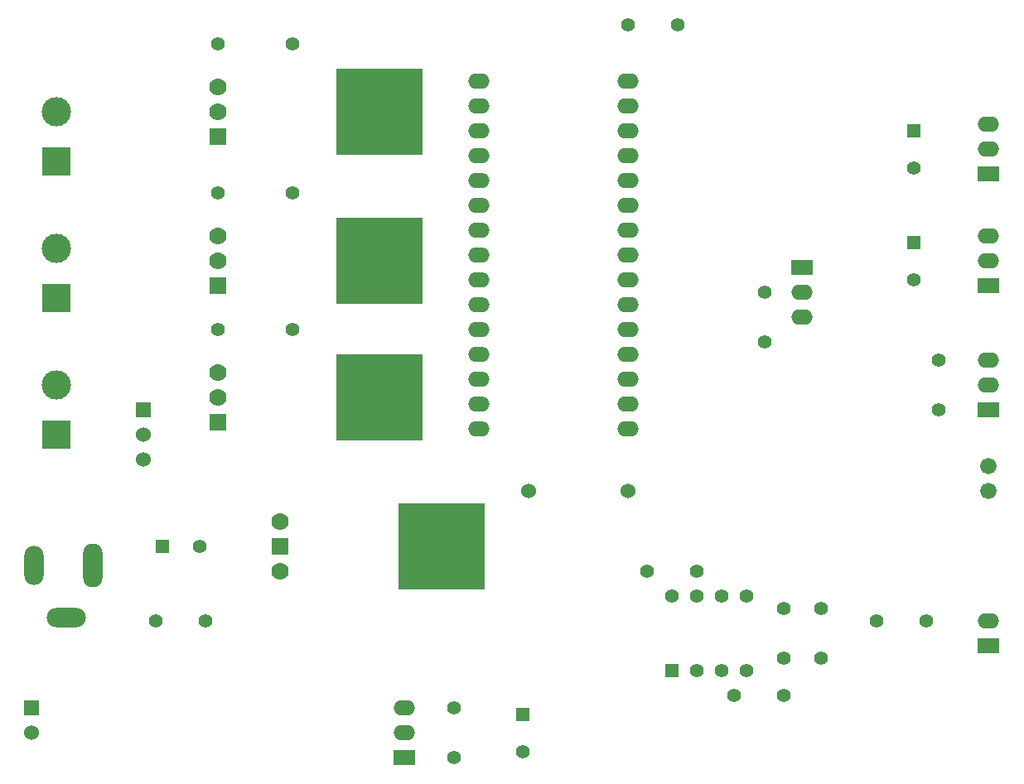
<source format=gtl>
G04 #@! TF.GenerationSoftware,KiCad,Pcbnew,5.0.0-fee4fd1~66~ubuntu16.04.1*
G04 #@! TF.CreationDate,2018-09-21T19:17:15+02:00*
G04 #@! TF.ProjectId,smartbed,736D6172746265642E6B696361645F70,rev?*
G04 #@! TF.SameCoordinates,Original*
G04 #@! TF.FileFunction,Copper,L1,Top,Signal*
G04 #@! TF.FilePolarity,Positive*
%FSLAX46Y46*%
G04 Gerber Fmt 4.6, Leading zero omitted, Abs format (unit mm)*
G04 Created by KiCad (PCBNEW 5.0.0-fee4fd1~66~ubuntu16.04.1) date Fri Sep 21 19:17:15 2018*
%MOMM*%
%LPD*%
G01*
G04 APERTURE LIST*
G04 #@! TA.AperFunction,ComponentPad*
%ADD10R,8.890000X8.890000*%
G04 #@! TD*
G04 #@! TA.AperFunction,ComponentPad*
%ADD11C,1.778000*%
G04 #@! TD*
G04 #@! TA.AperFunction,ComponentPad*
%ADD12R,1.778000X1.778000*%
G04 #@! TD*
G04 #@! TA.AperFunction,ComponentPad*
%ADD13R,2.199640X1.524000*%
G04 #@! TD*
G04 #@! TA.AperFunction,ComponentPad*
%ADD14O,2.199640X1.524000*%
G04 #@! TD*
G04 #@! TA.AperFunction,ComponentPad*
%ADD15R,1.524000X1.524000*%
G04 #@! TD*
G04 #@! TA.AperFunction,ComponentPad*
%ADD16C,1.524000*%
G04 #@! TD*
G04 #@! TA.AperFunction,ComponentPad*
%ADD17R,2.999740X2.999740*%
G04 #@! TD*
G04 #@! TA.AperFunction,ComponentPad*
%ADD18C,2.999740*%
G04 #@! TD*
G04 #@! TA.AperFunction,ComponentPad*
%ADD19C,1.676400*%
G04 #@! TD*
G04 #@! TA.AperFunction,ComponentPad*
%ADD20R,1.397000X1.397000*%
G04 #@! TD*
G04 #@! TA.AperFunction,ComponentPad*
%ADD21C,1.397000*%
G04 #@! TD*
G04 #@! TA.AperFunction,ComponentPad*
%ADD22O,2.197100X1.524000*%
G04 #@! TD*
G04 #@! TA.AperFunction,ComponentPad*
%ADD23O,4.000500X1.998980*%
G04 #@! TD*
G04 #@! TA.AperFunction,ComponentPad*
%ADD24O,1.998980X4.000500*%
G04 #@! TD*
G04 #@! TA.AperFunction,ComponentPad*
%ADD25O,1.998980X4.500880*%
G04 #@! TD*
G04 APERTURE END LIST*
D10*
G04 #@! TO.P,Q2,4*
G04 #@! TO.N,N/C*
X130810000Y-80010000D03*
D11*
G04 #@! TO.P,Q2,G*
G04 #@! TO.N,N-000016*
X114300000Y-77470000D03*
G04 #@! TO.P,Q2,D*
G04 #@! TO.N,N-000017*
X114300000Y-80010000D03*
D12*
G04 #@! TO.P,Q2,S*
G04 #@! TO.N,GND*
X114300000Y-82550000D03*
G04 #@! TD*
D10*
G04 #@! TO.P,Q1,4*
G04 #@! TO.N,N/C*
X130810000Y-93980000D03*
D11*
G04 #@! TO.P,Q1,G*
G04 #@! TO.N,N-000015*
X114300000Y-91440000D03*
G04 #@! TO.P,Q1,D*
G04 #@! TO.N,N-000034*
X114300000Y-93980000D03*
D12*
G04 #@! TO.P,Q1,S*
G04 #@! TO.N,GND*
X114300000Y-96520000D03*
G04 #@! TD*
D10*
G04 #@! TO.P,Q3,4*
G04 #@! TO.N,N/C*
X130810000Y-64770000D03*
D11*
G04 #@! TO.P,Q3,G*
G04 #@! TO.N,N-000039*
X114300000Y-62230000D03*
G04 #@! TO.P,Q3,D*
G04 #@! TO.N,N-000033*
X114300000Y-64770000D03*
D12*
G04 #@! TO.P,Q3,S*
G04 #@! TO.N,GND*
X114300000Y-67310000D03*
G04 #@! TD*
D13*
G04 #@! TO.P,K3,1*
G04 #@! TO.N,GND*
X193040000Y-82550000D03*
D14*
G04 #@! TO.P,K3,2*
G04 #@! TO.N,/IR1*
X193040000Y-80010000D03*
G04 #@! TO.P,K3,3*
G04 #@! TO.N,+5V*
X193040000Y-77470000D03*
G04 #@! TD*
D13*
G04 #@! TO.P,K1,1*
G04 #@! TO.N,GND*
X193040000Y-95250000D03*
D14*
G04 #@! TO.P,K1,2*
G04 #@! TO.N,/LIGHT*
X193040000Y-92710000D03*
G04 #@! TO.P,K1,3*
G04 #@! TO.N,+5V*
X193040000Y-90170000D03*
G04 #@! TD*
D13*
G04 #@! TO.P,K4,1*
G04 #@! TO.N,GND*
X193040000Y-71120000D03*
D14*
G04 #@! TO.P,K4,2*
G04 #@! TO.N,/IR2*
X193040000Y-68580000D03*
G04 #@! TO.P,K4,3*
G04 #@! TO.N,+5V*
X193040000Y-66040000D03*
G04 #@! TD*
D13*
G04 #@! TO.P,RV1,1*
G04 #@! TO.N,+5V*
X173990000Y-80645000D03*
D14*
G04 #@! TO.P,RV1,2*
G04 #@! TO.N,/SET*
X173990000Y-83185000D03*
G04 #@! TO.P,RV1,3*
G04 #@! TO.N,GND*
X173990000Y-85725000D03*
G04 #@! TD*
D13*
G04 #@! TO.P,K2,1*
G04 #@! TO.N,GND*
X133350000Y-130810000D03*
D14*
G04 #@! TO.P,K2,2*
G04 #@! TO.N,/CURR*
X133350000Y-128270000D03*
G04 #@! TO.P,K2,3*
G04 #@! TO.N,+5V*
X133350000Y-125730000D03*
G04 #@! TD*
D13*
G04 #@! TO.P,P2,1*
G04 #@! TO.N,GND*
X193040000Y-119380000D03*
D14*
G04 #@! TO.P,P2,2*
G04 #@! TO.N,N-000001*
X193040000Y-116840000D03*
G04 #@! TD*
D15*
G04 #@! TO.P,JP2,1*
G04 #@! TO.N,+5V*
X106680000Y-95250000D03*
D16*
G04 #@! TO.P,JP2,2*
G04 #@! TO.N,N-000036*
X106680000Y-97790000D03*
G04 #@! TO.P,JP2,3*
G04 #@! TO.N,+12V*
X106680000Y-100330000D03*
G04 #@! TD*
D15*
G04 #@! TO.P,JP1,1*
G04 #@! TO.N,N-000042*
X95250000Y-125730000D03*
D16*
G04 #@! TO.P,JP1,2*
G04 #@! TO.N,GND*
X95250000Y-128270000D03*
G04 #@! TD*
D17*
G04 #@! TO.P,P4,1*
G04 #@! TO.N,+12V*
X97790000Y-83820000D03*
D18*
G04 #@! TO.P,P4,2*
G04 #@! TO.N,N-000017*
X97790000Y-78740000D03*
G04 #@! TD*
D17*
G04 #@! TO.P,P5,1*
G04 #@! TO.N,+12V*
X97790000Y-69850000D03*
D18*
G04 #@! TO.P,P5,2*
G04 #@! TO.N,N-000033*
X97790000Y-64770000D03*
G04 #@! TD*
D17*
G04 #@! TO.P,P3,1*
G04 #@! TO.N,N-000036*
X97790000Y-97790000D03*
D18*
G04 #@! TO.P,P3,2*
G04 #@! TO.N,N-000034*
X97790000Y-92710000D03*
G04 #@! TD*
D19*
G04 #@! TO.P,D1,1*
G04 #@! TO.N,N-000041*
X193040000Y-103505000D03*
G04 #@! TO.P,D1,2*
G04 #@! TO.N,GND*
X193040000Y-100965000D03*
G04 #@! TD*
D20*
G04 #@! TO.P,U3,1*
G04 #@! TO.N,N-000006*
X160655000Y-121920000D03*
D21*
G04 #@! TO.P,U3,2*
G04 #@! TO.N,N-000007*
X163195000Y-121920000D03*
G04 #@! TO.P,U3,3*
G04 #@! TO.N,N-000043*
X165735000Y-121920000D03*
G04 #@! TO.P,U3,4*
G04 #@! TO.N,GND*
X168275000Y-121920000D03*
G04 #@! TO.P,U3,5*
G04 #@! TO.N,N-000040*
X168275000Y-114300000D03*
G04 #@! TO.P,U3,6*
G04 #@! TO.N,/SNOR*
X165735000Y-114300000D03*
G04 #@! TO.P,U3,7*
X163195000Y-114300000D03*
G04 #@! TO.P,U3,8*
G04 #@! TO.N,+5V*
X160655000Y-114300000D03*
G04 #@! TD*
G04 #@! TO.P,C1,1*
G04 #@! TO.N,N-000001*
X186690000Y-116840000D03*
G04 #@! TO.P,C1,2*
G04 #@! TO.N,N-000043*
X181610000Y-116840000D03*
G04 #@! TD*
G04 #@! TO.P,C13,1*
G04 #@! TO.N,+5V*
X187960000Y-90170000D03*
G04 #@! TO.P,C13,2*
G04 #@! TO.N,GND*
X187960000Y-95250000D03*
G04 #@! TD*
G04 #@! TO.P,C12,1*
G04 #@! TO.N,+5V*
X161290000Y-55880000D03*
G04 #@! TO.P,C12,2*
G04 #@! TO.N,GND*
X156210000Y-55880000D03*
G04 #@! TD*
G04 #@! TO.P,C11,1*
G04 #@! TO.N,+5V*
X138430000Y-125730000D03*
G04 #@! TO.P,C11,2*
G04 #@! TO.N,GND*
X138430000Y-130810000D03*
G04 #@! TD*
G04 #@! TO.P,C10,1*
G04 #@! TO.N,+5V*
X172085000Y-115570000D03*
G04 #@! TO.P,C10,2*
G04 #@! TO.N,GND*
X172085000Y-120650000D03*
G04 #@! TD*
G04 #@! TO.P,C5,1*
G04 #@! TO.N,+12V*
X107950000Y-116840000D03*
G04 #@! TO.P,C5,2*
G04 #@! TO.N,GND*
X113030000Y-116840000D03*
G04 #@! TD*
G04 #@! TO.P,C4,1*
G04 #@! TO.N,N-000003*
X158115000Y-111760000D03*
G04 #@! TO.P,C4,2*
G04 #@! TO.N,/SNOR*
X163195000Y-111760000D03*
G04 #@! TD*
G04 #@! TO.P,C3,1*
G04 #@! TO.N,N-000040*
X175895000Y-115570000D03*
G04 #@! TO.P,C3,2*
G04 #@! TO.N,GND*
X175895000Y-120650000D03*
G04 #@! TD*
G04 #@! TO.P,C2,1*
G04 #@! TO.N,N-000002*
X167005000Y-124460000D03*
G04 #@! TO.P,C2,2*
G04 #@! TO.N,GND*
X172085000Y-124460000D03*
G04 #@! TD*
D20*
G04 #@! TO.P,C9,1*
G04 #@! TO.N,+5V*
X185420000Y-78105000D03*
D21*
G04 #@! TO.P,C9,2*
G04 #@! TO.N,GND*
X185420000Y-81915000D03*
G04 #@! TD*
D20*
G04 #@! TO.P,C8,1*
G04 #@! TO.N,+5V*
X185420000Y-66675000D03*
D21*
G04 #@! TO.P,C8,2*
G04 #@! TO.N,GND*
X185420000Y-70485000D03*
G04 #@! TD*
D20*
G04 #@! TO.P,C7,1*
G04 #@! TO.N,+5V*
X145415000Y-126365000D03*
D21*
G04 #@! TO.P,C7,2*
G04 #@! TO.N,GND*
X145415000Y-130175000D03*
G04 #@! TD*
D20*
G04 #@! TO.P,C6,1*
G04 #@! TO.N,+12V*
X108585000Y-109220000D03*
D21*
G04 #@! TO.P,C6,2*
G04 #@! TO.N,GND*
X112395000Y-109220000D03*
G04 #@! TD*
D14*
G04 #@! TO.P,U2,1*
G04 #@! TO.N,N/C*
X156210000Y-97155000D03*
G04 #@! TO.P,U2,2*
X156210000Y-94615000D03*
G04 #@! TO.P,U2,3*
X156210000Y-92075000D03*
G04 #@! TO.P,U2,4*
G04 #@! TO.N,/SNOR*
X156210000Y-89535000D03*
G04 #@! TO.P,U2,5*
G04 #@! TO.N,/CURR*
X156210000Y-86995000D03*
G04 #@! TO.P,U2,6*
G04 #@! TO.N,/SET*
X156210000Y-84455000D03*
G04 #@! TO.P,U2,7*
G04 #@! TO.N,/LIGHT*
X156210000Y-81915000D03*
G04 #@! TO.P,U2,8*
G04 #@! TO.N,N/C*
X156210000Y-79375000D03*
G04 #@! TO.P,U2,9*
X156210000Y-76835000D03*
G04 #@! TO.P,U2,10*
G04 #@! TO.N,/IR1*
X156210000Y-74295000D03*
G04 #@! TO.P,U2,11*
G04 #@! TO.N,/IR2*
X156210000Y-71755000D03*
G04 #@! TO.P,U2,12*
G04 #@! TO.N,+5V*
X156210000Y-69215000D03*
G04 #@! TO.P,U2,13*
G04 #@! TO.N,N/C*
X156210000Y-66675000D03*
G04 #@! TO.P,U2,14*
G04 #@! TO.N,GND*
X156210000Y-64135000D03*
G04 #@! TO.P,U2,15*
G04 #@! TO.N,N/C*
X156210000Y-61595000D03*
G04 #@! TO.P,U2,16*
X140970000Y-61595000D03*
G04 #@! TO.P,U2,17*
X140970000Y-64135000D03*
G04 #@! TO.P,U2,18*
X140970000Y-66675000D03*
G04 #@! TO.P,U2,19*
G04 #@! TO.N,GND*
X140970000Y-69215000D03*
D22*
G04 #@! TO.P,U2,20*
G04 #@! TO.N,N/C*
X140970000Y-71755000D03*
G04 #@! TO.P,U2,21*
G04 #@! TO.N,N-000046*
X140970000Y-74295000D03*
G04 #@! TO.P,U2,22*
G04 #@! TO.N,N/C*
X140970000Y-76835000D03*
G04 #@! TO.P,U2,23*
G04 #@! TO.N,N-000048*
X140970000Y-79375000D03*
G04 #@! TO.P,U2,24*
G04 #@! TO.N,N-000047*
X140970000Y-81915000D03*
G04 #@! TO.P,U2,25*
G04 #@! TO.N,N/C*
X140970000Y-84455000D03*
G04 #@! TO.P,U2,26*
X140970000Y-86995000D03*
G04 #@! TO.P,U2,27*
G04 #@! TO.N,/BLED*
X140970000Y-89535000D03*
G04 #@! TO.P,U2,28*
G04 #@! TO.N,N/C*
X140970000Y-92075000D03*
G04 #@! TO.P,U2,29*
X140970000Y-94615000D03*
G04 #@! TO.P,U2,30*
X140970000Y-97155000D03*
G04 #@! TD*
D10*
G04 #@! TO.P,U1,4*
G04 #@! TO.N,N/C*
X137160000Y-109220000D03*
D11*
G04 #@! TO.P,U1,VI*
G04 #@! TO.N,+12V*
X120650000Y-106680000D03*
D12*
G04 #@! TO.P,U1,GND*
G04 #@! TO.N,GND*
X120650000Y-109220000D03*
D11*
G04 #@! TO.P,U1,VO*
G04 #@! TO.N,+5V*
X120650000Y-111760000D03*
G04 #@! TD*
D21*
G04 #@! TO.P,C14,1*
G04 #@! TO.N,/SET*
X170180000Y-83185000D03*
G04 #@! TO.P,C14,2*
G04 #@! TO.N,GND*
X170180000Y-88265000D03*
G04 #@! TD*
G04 #@! TO.P,R10,1*
G04 #@! TO.N,N-000047*
X121920000Y-86995000D03*
G04 #@! TO.P,R10,2*
G04 #@! TO.N,N-000015*
X114300000Y-86995000D03*
G04 #@! TD*
G04 #@! TO.P,R11,1*
G04 #@! TO.N,N-000048*
X121920000Y-73025000D03*
G04 #@! TO.P,R11,2*
G04 #@! TO.N,N-000016*
X114300000Y-73025000D03*
G04 #@! TD*
G04 #@! TO.P,R12,1*
G04 #@! TO.N,N-000046*
X121920000Y-57785000D03*
G04 #@! TO.P,R12,2*
G04 #@! TO.N,N-000039*
X114300000Y-57785000D03*
G04 #@! TD*
D16*
G04 #@! TO.P,R9,1*
G04 #@! TO.N,/BLED*
X146050000Y-103505000D03*
G04 #@! TO.P,R9,2*
G04 #@! TO.N,N-000041*
X156210000Y-103505000D03*
G04 #@! TD*
D23*
G04 #@! TO.P,K5,1*
G04 #@! TO.N,N-000042*
X98750120Y-116425980D03*
D24*
G04 #@! TO.P,K5,2*
X95498920Y-111125000D03*
D25*
G04 #@! TO.P,K5,3*
G04 #@! TO.N,+12V*
X101500940Y-111125000D03*
G04 #@! TD*
M02*

</source>
